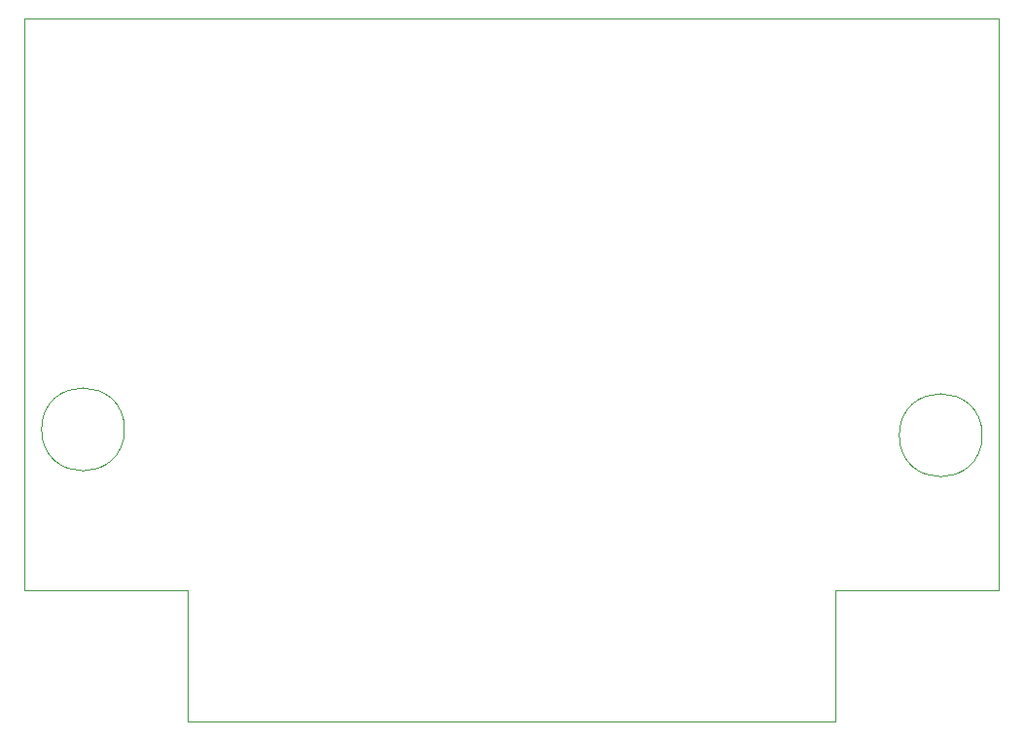
<source format=gbr>
%TF.GenerationSoftware,KiCad,Pcbnew,(5.1.9-0-10_14)*%
%TF.CreationDate,2022-01-29T10:24:00+00:00*%
%TF.ProjectId,SimpleRamFlashCartridge,53696d70-6c65-4526-916d-466c61736843,rev?*%
%TF.SameCoordinates,Original*%
%TF.FileFunction,Profile,NP*%
%FSLAX46Y46*%
G04 Gerber Fmt 4.6, Leading zero omitted, Abs format (unit mm)*
G04 Created by KiCad (PCBNEW (5.1.9-0-10_14)) date 2022-01-29 10:24:00*
%MOMM*%
%LPD*%
G01*
G04 APERTURE LIST*
%TA.AperFunction,Profile*%
%ADD10C,0.050000*%
%TD*%
G04 APERTURE END LIST*
D10*
X236274018Y-102362000D02*
G75*
G03*
X236274018Y-102362000I-3610018J0D01*
G01*
X161598018Y-101854000D02*
G75*
G03*
X161598018Y-101854000I-3610018J0D01*
G01*
X167132000Y-115824000D02*
X152908000Y-115824000D01*
X223520000Y-115824000D02*
X237744000Y-115824000D01*
X223520000Y-115824000D02*
X223520000Y-117856000D01*
X223520000Y-127254000D02*
X223520000Y-117856000D01*
X167132000Y-127254000D02*
X223520000Y-127254000D01*
X167132000Y-115824000D02*
X167132000Y-127254000D01*
X237744000Y-66040000D02*
X237744000Y-115824000D01*
X152908000Y-66040000D02*
X152908000Y-115824000D01*
X152908000Y-66040000D02*
X237744000Y-66040000D01*
M02*

</source>
